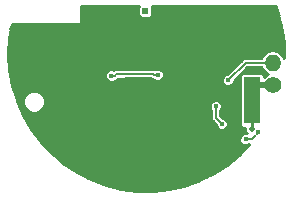
<source format=gbr>
G04 #@! TF.GenerationSoftware,KiCad,Pcbnew,(5.0.2)-1*
G04 #@! TF.CreationDate,2019-04-15T20:42:24-05:00*
G04 #@! TF.ProjectId,testDesign2,74657374-4465-4736-9967-6e322e6b6963,rev?*
G04 #@! TF.SameCoordinates,Original*
G04 #@! TF.FileFunction,Copper,L2,Bot*
G04 #@! TF.FilePolarity,Positive*
%FSLAX46Y46*%
G04 Gerber Fmt 4.6, Leading zero omitted, Abs format (unit mm)*
G04 Created by KiCad (PCBNEW (5.0.2)-1) date 4/15/2019 8:42:24 PM*
%MOMM*%
%LPD*%
G01*
G04 APERTURE LIST*
G04 #@! TA.AperFunction,ComponentPad*
%ADD10R,0.508000X0.508000*%
G04 #@! TD*
G04 #@! TA.AperFunction,SMDPad,CuDef*
%ADD11C,2.080000*%
G04 #@! TD*
G04 #@! TA.AperFunction,Conductor*
%ADD12C,0.100000*%
G04 #@! TD*
G04 #@! TA.AperFunction,SMDPad,CuDef*
%ADD13R,1.350000X4.000000*%
G04 #@! TD*
G04 #@! TA.AperFunction,ViaPad*
%ADD14C,0.500000*%
G04 #@! TD*
G04 #@! TA.AperFunction,Conductor*
%ADD15C,2.900000*%
G04 #@! TD*
G04 #@! TA.AperFunction,ComponentPad*
%ADD16C,1.400000*%
G04 #@! TD*
G04 #@! TA.AperFunction,ComponentPad*
%ADD17O,1.400000X1.400000*%
G04 #@! TD*
G04 #@! TA.AperFunction,ViaPad*
%ADD18C,0.508000*%
G04 #@! TD*
G04 #@! TA.AperFunction,ViaPad*
%ADD19C,0.381000*%
G04 #@! TD*
G04 #@! TA.AperFunction,Conductor*
%ADD20C,0.508000*%
G04 #@! TD*
G04 #@! TA.AperFunction,Conductor*
%ADD21C,0.250000*%
G04 #@! TD*
G04 #@! TA.AperFunction,Conductor*
%ADD22C,0.200000*%
G04 #@! TD*
G04 #@! TA.AperFunction,Conductor*
%ADD23C,0.152400*%
G04 #@! TD*
G04 #@! TA.AperFunction,Conductor*
%ADD24C,0.254000*%
G04 #@! TD*
%ADD25C,0.254000*%
G04 APERTURE END LIST*
D10*
G04 #@! TO.P,AE1,2*
G04 #@! TO.N,N/C*
X57426200Y-45730000D03*
G04 #@! TD*
D11*
G04 #@! TO.P,BT1,2*
G04 #@! TO.N,GND*
X58140000Y-54240000D03*
D12*
G04 #@! TD*
G04 #@! TO.N,GND*
G04 #@! TO.C,BT1*
G36*
X57000000Y-53200000D02*
X55720000Y-53200000D01*
X55720000Y-51320000D01*
X58000000Y-51320000D01*
X58000000Y-53200000D01*
X59280000Y-53200000D01*
X59280000Y-55280000D01*
X57000000Y-55280000D01*
X57000000Y-53200000D01*
X57000000Y-53200000D01*
G37*
D13*
G04 #@! TO.P,BT1,1*
G04 #@! TO.N,VDDS*
X66455000Y-53300000D03*
G04 #@! TD*
D14*
G04 #@! TO.N,GND*
G04 #@! TO.C,U1*
X54800000Y-52900000D03*
X56000000Y-52900000D03*
X57200000Y-52900000D03*
X54800000Y-54100000D03*
X56000000Y-54100000D03*
X57200000Y-54100000D03*
X54800000Y-55300000D03*
X56000000Y-55300000D03*
X57200000Y-55300000D03*
D12*
G36*
X57225046Y-52651201D02*
X57249256Y-52654792D01*
X57272998Y-52660739D01*
X57296042Y-52668984D01*
X57318167Y-52679449D01*
X57339160Y-52692031D01*
X57358818Y-52706611D01*
X57376953Y-52723047D01*
X57393389Y-52741182D01*
X57407969Y-52760840D01*
X57420551Y-52781833D01*
X57431016Y-52803958D01*
X57439261Y-52827002D01*
X57445208Y-52850744D01*
X57448799Y-52874954D01*
X57450000Y-52899399D01*
X57450000Y-55300601D01*
X57448799Y-55325046D01*
X57445208Y-55349256D01*
X57439261Y-55372998D01*
X57431016Y-55396042D01*
X57420551Y-55418167D01*
X57407969Y-55439160D01*
X57393389Y-55458818D01*
X57376953Y-55476953D01*
X57358818Y-55493389D01*
X57339160Y-55507969D01*
X57318167Y-55520551D01*
X57296042Y-55531016D01*
X57272998Y-55539261D01*
X57249256Y-55545208D01*
X57225046Y-55548799D01*
X57200601Y-55550000D01*
X54799399Y-55550000D01*
X54774954Y-55548799D01*
X54750744Y-55545208D01*
X54727002Y-55539261D01*
X54703958Y-55531016D01*
X54681833Y-55520551D01*
X54660840Y-55507969D01*
X54641182Y-55493389D01*
X54623047Y-55476953D01*
X54606611Y-55458818D01*
X54592031Y-55439160D01*
X54579449Y-55418167D01*
X54568984Y-55396042D01*
X54560739Y-55372998D01*
X54554792Y-55349256D01*
X54551201Y-55325046D01*
X54550000Y-55300601D01*
X54550000Y-52899399D01*
X54551201Y-52874954D01*
X54554792Y-52850744D01*
X54560739Y-52827002D01*
X54568984Y-52803958D01*
X54579449Y-52781833D01*
X54592031Y-52760840D01*
X54606611Y-52741182D01*
X54623047Y-52723047D01*
X54641182Y-52706611D01*
X54660840Y-52692031D01*
X54681833Y-52679449D01*
X54703958Y-52668984D01*
X54727002Y-52660739D01*
X54750744Y-52654792D01*
X54774954Y-52651201D01*
X54799399Y-52650000D01*
X57200601Y-52650000D01*
X57225046Y-52651201D01*
X57225046Y-52651201D01*
G37*
D15*
X56000000Y-54100000D03*
G04 #@! TD*
D16*
G04 #@! TO.P,TH1,1*
G04 #@! TO.N,VDDS*
X68200000Y-52000000D03*
D17*
G04 #@! TO.P,TH1,2*
G04 #@! TO.N,ADC0*
X68200000Y-50100000D03*
G04 #@! TD*
D18*
G04 #@! TO.N,VDDS*
X66455000Y-55700000D03*
D19*
G04 #@! TO.N,GND*
X54600000Y-59300000D03*
X55200000Y-59800000D03*
X55900000Y-59300000D03*
D18*
X52066800Y-47254000D03*
X49933200Y-47254000D03*
X49933200Y-48016000D03*
X49171200Y-47254000D03*
X52066800Y-48016000D03*
X52066800Y-48778000D03*
X52066800Y-49540000D03*
X52828800Y-47254000D03*
X52828800Y-48016000D03*
X53590800Y-47254000D03*
X54352800Y-47254000D03*
X55114800Y-47254000D03*
X55876800Y-47254000D03*
X56638800Y-47254000D03*
X57400800Y-47254000D03*
X58162800Y-47254000D03*
X58924800Y-47254000D03*
X59686800Y-47254000D03*
X60448800Y-47254000D03*
X61210800Y-47254000D03*
X61972800Y-47254000D03*
X62734800Y-47254000D03*
X63496800Y-47254000D03*
X64258800Y-47254000D03*
X65020800Y-47254000D03*
X65782800Y-47254000D03*
X66544800Y-47254000D03*
X67306800Y-47254000D03*
X68068800Y-47254000D03*
X48409200Y-47254000D03*
X47647200Y-47254000D03*
X46885200Y-47254000D03*
X46123200Y-47254000D03*
X68830800Y-47254000D03*
X53590800Y-48016000D03*
X52828800Y-48778000D03*
X52828800Y-49540000D03*
X52066800Y-50302000D03*
X52828800Y-50302000D03*
X49933200Y-48778000D03*
X49171200Y-49540000D03*
X49171200Y-48778000D03*
X49171200Y-48016000D03*
X48409200Y-48016000D03*
X47647200Y-48016000D03*
X46885200Y-48016000D03*
X46123200Y-48016000D03*
X46123200Y-48778000D03*
X46885200Y-48778000D03*
X47647200Y-48778000D03*
X48409200Y-48778000D03*
X48409200Y-49540000D03*
X47647200Y-49540000D03*
X46885200Y-49540000D03*
X46123200Y-49540000D03*
X46123200Y-50302000D03*
X46885200Y-50302000D03*
X47647200Y-50302000D03*
X48409200Y-50302000D03*
X49171200Y-50302000D03*
X46123200Y-51064000D03*
X46885200Y-51064000D03*
X47647200Y-51064000D03*
X48409200Y-51064000D03*
X49171200Y-51064000D03*
X46885200Y-51826000D03*
X47647200Y-51826000D03*
X48409200Y-51826000D03*
X49171200Y-51826000D03*
D19*
X61900000Y-51600000D03*
X60400000Y-51540000D03*
D18*
X59686800Y-48016000D03*
X60448800Y-48016000D03*
X61210800Y-48016000D03*
X61972800Y-48016000D03*
X62734800Y-48016000D03*
X63496800Y-48016000D03*
X64258800Y-48016000D03*
X65020800Y-48016000D03*
X65782800Y-48016000D03*
X66544800Y-48016000D03*
X67306800Y-48016000D03*
X68068800Y-48016000D03*
X68830800Y-48016000D03*
X59686800Y-48778000D03*
X60448800Y-48778000D03*
X61210800Y-48778000D03*
X61972800Y-48778000D03*
X62734800Y-48778000D03*
X63496800Y-48778000D03*
X64258800Y-48778000D03*
X65020800Y-48778000D03*
X65782800Y-48778000D03*
X66544800Y-48778000D03*
X67306800Y-48778000D03*
X68068800Y-48778000D03*
X68830800Y-48778000D03*
X59686800Y-49540000D03*
X60448800Y-49540000D03*
X61210800Y-49540000D03*
X61972800Y-49540000D03*
X62734800Y-49540000D03*
X63496800Y-49540000D03*
X64258800Y-49540000D03*
X52066800Y-51064000D03*
D19*
X62700000Y-51600000D03*
X63500000Y-51600000D03*
X62300000Y-52000000D03*
X63100000Y-52000000D03*
X58500000Y-56800000D03*
X58500000Y-56100000D03*
X65700000Y-55900000D03*
D18*
X65020800Y-49540000D03*
D19*
X65000000Y-55600000D03*
X62700000Y-56300000D03*
X62000000Y-56300000D03*
G04 #@! TO.N,VDDR*
X67000000Y-56000000D03*
X65900000Y-56600000D03*
X54550000Y-51200000D03*
X58450000Y-51145180D03*
G04 #@! TO.N,ADC0*
X64400000Y-51600000D03*
G04 #@! TO.N,Net-(TP11-Pad1)*
X63900000Y-55300000D03*
X63371390Y-53800000D03*
G04 #@! TD*
D20*
G04 #@! TO.N,VDDS*
X68200000Y-52000000D02*
X66100000Y-52000000D01*
D21*
X66455000Y-53300000D02*
X66455000Y-55700000D01*
D22*
G04 #@! TO.N,VDDR*
X58414820Y-51110000D02*
X58450000Y-51145180D01*
X58146964Y-51110000D02*
X58414820Y-51110000D01*
X58096964Y-51060000D02*
X58146964Y-51110000D01*
X54959407Y-51060000D02*
X58096964Y-51060000D01*
X54819407Y-51200000D02*
X54959407Y-51060000D01*
X54550000Y-51200000D02*
X54819407Y-51200000D01*
X66433738Y-56600000D02*
X66809501Y-56224237D01*
X65900000Y-56600000D02*
X66433738Y-56600000D01*
X67000000Y-56015366D02*
X66892277Y-56179151D01*
X67000000Y-56000000D02*
X67000000Y-56015366D01*
D23*
G04 #@! TO.N,ADC0*
X65900000Y-50100000D02*
X68200000Y-50100000D01*
X64400000Y-51600000D02*
X65900000Y-50100000D01*
G04 #@! TO.N,Net-(TP11-Pad1)*
X63371390Y-54771390D02*
X63900000Y-55300000D01*
X63371390Y-53800000D02*
X63371390Y-54771390D01*
G04 #@! TD*
D24*
G04 #@! TO.N,GND*
X51990600Y-45349000D02*
X56864056Y-45349000D01*
X57988344Y-45349000D02*
X68463247Y-45349000D01*
X51990600Y-45590300D02*
X56838794Y-45590300D01*
X58013606Y-45590300D02*
X68557431Y-45590300D01*
X51990600Y-45831600D02*
X56838794Y-45831600D01*
X58013606Y-45831600D02*
X68633543Y-45831600D01*
X51990600Y-46072900D02*
X56856477Y-46072900D01*
X57995922Y-46072900D02*
X68696945Y-46072900D01*
X51990600Y-46314200D02*
X57156082Y-46314200D01*
X57696317Y-46314200D02*
X68760347Y-46314200D01*
X51990600Y-46555500D02*
X68823749Y-46555500D01*
X51979463Y-46796800D02*
X68887151Y-46796800D01*
X46066785Y-47038100D02*
X68944686Y-47038100D01*
X46026383Y-47279400D02*
X68979122Y-47279400D01*
X45985980Y-47520700D02*
X69013557Y-47520700D01*
X45945578Y-47762000D02*
X69047993Y-47762000D01*
X45905176Y-48003300D02*
X69082428Y-48003300D01*
X45888800Y-48244600D02*
X69116864Y-48244600D01*
X45876554Y-48485900D02*
X69131934Y-48485900D01*
X45864308Y-48727200D02*
X69138345Y-48727200D01*
X45852062Y-48968500D02*
X69144755Y-48968500D01*
X45839816Y-49209800D02*
X67683728Y-49209800D01*
X68716273Y-49209800D02*
X69151166Y-49209800D01*
X45835725Y-49451100D02*
X67398419Y-49451100D01*
X69001582Y-49451100D02*
X69157576Y-49451100D01*
X45851307Y-49692400D02*
X65882414Y-49692400D01*
X65917585Y-49692400D02*
X67237187Y-49692400D01*
X45866889Y-49933700D02*
X65496090Y-49933700D01*
X45882472Y-50175000D02*
X65254790Y-50175000D01*
X45898054Y-50416300D02*
X65013490Y-50416300D01*
X45913636Y-50657600D02*
X54793680Y-50657600D01*
X58262692Y-50657600D02*
X58274831Y-50657600D01*
X58625170Y-50657600D02*
X64772190Y-50657600D01*
X65912610Y-50657600D02*
X67337413Y-50657600D01*
X45950037Y-50898900D02*
X54119245Y-50898900D01*
X58908126Y-50898900D02*
X64530890Y-50898900D01*
X65671310Y-50898900D02*
X67547086Y-50898900D01*
X45993866Y-51140200D02*
X54032500Y-51140200D01*
X58967500Y-51140200D02*
X64157764Y-51140200D01*
X65430010Y-51140200D02*
X65493496Y-51140200D01*
X67416505Y-51140200D02*
X67607403Y-51140200D01*
X46037694Y-51381500D02*
X54065041Y-51381500D01*
X58912250Y-51381500D02*
X63930368Y-51381500D01*
X65188710Y-51381500D02*
X65446594Y-51381500D01*
X46081523Y-51622800D02*
X54240945Y-51622800D01*
X54882575Y-51622800D02*
X58250784Y-51622800D01*
X58649215Y-51622800D02*
X63882500Y-51622800D01*
X64947410Y-51622800D02*
X65446594Y-51622800D01*
X46125352Y-51864100D02*
X63949256Y-51864100D01*
X64850743Y-51864100D02*
X65446594Y-51864100D01*
X46176816Y-52105400D02*
X64267851Y-52105400D01*
X64532148Y-52105400D02*
X65446594Y-52105400D01*
X46250105Y-52346700D02*
X65446594Y-52346700D01*
X46323393Y-52588000D02*
X47537974Y-52588000D01*
X48462027Y-52588000D02*
X65446594Y-52588000D01*
X46396682Y-52829300D02*
X47259724Y-52829300D01*
X48740276Y-52829300D02*
X65446594Y-52829300D01*
X46469971Y-53070600D02*
X47133065Y-53070600D01*
X48866936Y-53070600D02*
X65446594Y-53070600D01*
X46543259Y-53311900D02*
X47073000Y-53311900D01*
X48927000Y-53311900D02*
X63197476Y-53311900D01*
X63545305Y-53311900D02*
X65446594Y-53311900D01*
X46646001Y-53553200D02*
X47073000Y-53553200D01*
X48927000Y-53553200D02*
X62913481Y-53553200D01*
X63829300Y-53553200D02*
X65446594Y-53553200D01*
X46750895Y-53794500D02*
X47160029Y-53794500D01*
X48839970Y-53794500D02*
X62853890Y-53794500D01*
X63888890Y-53794500D02*
X65446594Y-53794500D01*
X46855789Y-54035800D02*
X47324824Y-54035800D01*
X48675176Y-54035800D02*
X62908923Y-54035800D01*
X63833856Y-54035800D02*
X65446594Y-54035800D01*
X46960683Y-54277100D02*
X47695138Y-54277100D01*
X48304861Y-54277100D02*
X62968190Y-54277100D01*
X63774590Y-54277100D02*
X65446594Y-54277100D01*
X47065576Y-54518400D02*
X62968190Y-54518400D01*
X63774590Y-54518400D02*
X65446594Y-54518400D01*
X47199340Y-54759700D02*
X62962617Y-54759700D01*
X63929911Y-54759700D02*
X65446594Y-54759700D01*
X47339188Y-55001000D02*
X63039887Y-55001000D01*
X64332855Y-55001000D02*
X65446594Y-55001000D01*
X47479035Y-55242300D02*
X63272089Y-55242300D01*
X64417500Y-55242300D02*
X65446594Y-55242300D01*
X47618883Y-55483600D02*
X63415911Y-55483600D01*
X64384088Y-55483600D02*
X65509398Y-55483600D01*
X47759090Y-55724900D02*
X63593045Y-55724900D01*
X64206955Y-55724900D02*
X65874000Y-55724900D01*
X47938915Y-55966200D02*
X65936393Y-55966200D01*
X48118740Y-56207500D02*
X65560645Y-56207500D01*
X48298566Y-56448800D02*
X65402492Y-56448800D01*
X48478391Y-56690100D02*
X65382500Y-56690100D01*
X48684105Y-56931400D02*
X65499545Y-56931400D01*
X48911453Y-57172700D02*
X66095012Y-57172700D01*
X49138801Y-57414000D02*
X65859494Y-57414000D01*
X49366149Y-57655300D02*
X65623976Y-57655300D01*
X49622630Y-57896600D02*
X65388459Y-57896600D01*
X49909131Y-58137900D02*
X65096893Y-58137900D01*
X50195631Y-58379200D02*
X64799918Y-58379200D01*
X50482131Y-58620500D02*
X64502944Y-58620500D01*
X50839289Y-58861800D02*
X64173136Y-58861800D01*
X51203781Y-59103100D02*
X63794294Y-59103100D01*
X51568272Y-59344400D02*
X63415453Y-59344400D01*
X52025209Y-59585700D02*
X62988135Y-59585700D01*
X52500731Y-59827000D02*
X62491081Y-59827000D01*
X53031574Y-60068300D02*
X61994028Y-60068300D01*
X53683708Y-60309600D02*
X61308890Y-60309600D01*
X54464424Y-60550900D02*
X60566572Y-60550900D01*
X55512639Y-60792200D02*
X59495382Y-60792200D01*
X69163182Y-49662096D02*
X69163182Y-49662096D01*
X68921882Y-46928981D02*
X68921882Y-49347184D01*
X68680582Y-46010623D02*
X68680582Y-49185953D01*
X68439282Y-45349000D02*
X68439282Y-49100477D01*
X68197982Y-45349000D02*
X68197982Y-49073000D01*
X67956682Y-45349000D02*
X67956682Y-49101278D01*
X67715382Y-45349000D02*
X67715382Y-49188649D01*
X67715382Y-51011350D02*
X67715382Y-51089118D01*
X67474082Y-45349000D02*
X67474082Y-49349880D01*
X67474082Y-50850119D02*
X67474082Y-51273521D01*
X67232782Y-45349000D02*
X67232782Y-49696800D01*
X67232782Y-50503200D02*
X67232782Y-50987039D01*
X66991482Y-45349000D02*
X66991482Y-49696800D01*
X66991482Y-50503200D02*
X66991482Y-50966594D01*
X66750182Y-45349000D02*
X66750182Y-49696800D01*
X66750182Y-50503200D02*
X66750182Y-50966594D01*
X66508882Y-45349000D02*
X66508882Y-49696800D01*
X66508882Y-50503200D02*
X66508882Y-50966594D01*
X66267582Y-45349000D02*
X66267582Y-49696800D01*
X66267582Y-50503200D02*
X66267582Y-50966594D01*
X66026282Y-45349000D02*
X66026282Y-49696800D01*
X66026282Y-50543929D02*
X66026282Y-50966594D01*
X66026282Y-57107831D02*
X66026282Y-57243116D01*
X65784982Y-45349000D02*
X65784982Y-49711779D01*
X65784982Y-50785229D02*
X65784982Y-50966594D01*
X65784982Y-55633406D02*
X65784982Y-56087504D01*
X65784982Y-57112495D02*
X65784982Y-57490340D01*
X65543682Y-45349000D02*
X65543682Y-49886107D01*
X65543682Y-51026529D02*
X65543682Y-51065090D01*
X65543682Y-55534909D02*
X65543682Y-56224463D01*
X65543682Y-56975537D02*
X65543682Y-57737565D01*
X65302382Y-45349000D02*
X65302382Y-50127407D01*
X65302382Y-51267829D02*
X65302382Y-57970934D01*
X65061082Y-45349000D02*
X65061082Y-50368707D01*
X65061082Y-51509129D02*
X65061082Y-58166997D01*
X64819782Y-45349000D02*
X64819782Y-50610007D01*
X64819782Y-51912073D02*
X64819782Y-58363059D01*
X64578482Y-45349000D02*
X64578482Y-50851307D01*
X64578482Y-52086209D02*
X64578482Y-58559122D01*
X64337182Y-45349000D02*
X64337182Y-51082500D01*
X64337182Y-52117500D02*
X64337182Y-55005327D01*
X64337182Y-55594673D02*
X64337182Y-58755185D01*
X64095882Y-45349000D02*
X64095882Y-51172263D01*
X64095882Y-52027737D02*
X64095882Y-54821000D01*
X64095882Y-55779001D02*
X64095882Y-58911005D01*
X63854582Y-45349000D02*
X63854582Y-53614237D01*
X63854582Y-53985764D02*
X63854582Y-54684372D01*
X63854582Y-55817500D02*
X63854582Y-59064699D01*
X63613282Y-45349000D02*
X63613282Y-53340058D01*
X63613282Y-55741375D02*
X63613282Y-59218393D01*
X63371982Y-45349000D02*
X63371982Y-53282500D01*
X63371982Y-55342193D02*
X63371982Y-59372087D01*
X63130682Y-45349000D02*
X63130682Y-53339566D01*
X63130682Y-55100893D02*
X63130682Y-59516498D01*
X62889382Y-45349000D02*
X62889382Y-53611378D01*
X62889382Y-53988621D02*
X62889382Y-59633640D01*
X62648082Y-45349000D02*
X62648082Y-53697063D01*
X62648082Y-53697063D02*
X62648082Y-59750782D01*
X62406782Y-45349000D02*
X62406782Y-53697063D01*
X62406782Y-53697063D02*
X62406782Y-59867923D01*
X62165482Y-45349000D02*
X62165482Y-53697063D01*
X62165482Y-53697063D02*
X62165482Y-59985065D01*
X61924182Y-45349000D02*
X61924182Y-53697063D01*
X61924182Y-53697063D02*
X61924182Y-60094189D01*
X61682882Y-45349000D02*
X61682882Y-53697063D01*
X61682882Y-53697063D02*
X61682882Y-60178667D01*
X61441582Y-45349000D02*
X61441582Y-53697063D01*
X61441582Y-53697063D02*
X61441582Y-60263145D01*
X61200282Y-45349000D02*
X61200282Y-53697063D01*
X61200282Y-53697063D02*
X61200282Y-60347622D01*
X60958982Y-45349000D02*
X60958982Y-53697063D01*
X60958982Y-53697063D02*
X60958982Y-60432100D01*
X60717682Y-45349000D02*
X60717682Y-53697063D01*
X60717682Y-53697063D02*
X60717682Y-60516577D01*
X60476382Y-45349000D02*
X60476382Y-53697063D01*
X60476382Y-53697063D02*
X60476382Y-60571216D01*
X60235082Y-45349000D02*
X60235082Y-53697063D01*
X60235082Y-53697063D02*
X60235082Y-60625572D01*
X59993782Y-45349000D02*
X59993782Y-53697063D01*
X59993782Y-53697063D02*
X59993782Y-60679928D01*
X59752482Y-45349000D02*
X59752482Y-53697063D01*
X59752482Y-53697063D02*
X59752482Y-60734284D01*
X59511182Y-45349000D02*
X59511182Y-53697063D01*
X59511182Y-53697063D02*
X59511182Y-60788640D01*
X59269882Y-45349000D02*
X59269882Y-53697063D01*
X59269882Y-53697063D02*
X59269882Y-60827008D01*
X59028582Y-45349000D02*
X59028582Y-53697063D01*
X59028582Y-53697063D02*
X59028582Y-60852774D01*
X58787282Y-45349000D02*
X58787282Y-50750607D01*
X58787282Y-51539753D02*
X58787282Y-53697063D01*
X58787282Y-53697063D02*
X58787282Y-60878539D01*
X58545982Y-45349000D02*
X58545982Y-50627680D01*
X58545982Y-51662680D02*
X58545982Y-53697063D01*
X58545982Y-53697063D02*
X58545982Y-60904304D01*
X58304682Y-45349000D02*
X58304682Y-50645234D01*
X58304682Y-51645125D02*
X58304682Y-53697063D01*
X58304682Y-53697063D02*
X58304682Y-60930069D01*
X58063382Y-45349000D02*
X58063382Y-50631314D01*
X58063382Y-51528739D02*
X58063382Y-53697063D01*
X58063382Y-53697063D02*
X58063382Y-60955189D01*
X57822082Y-46282477D02*
X57822082Y-50633000D01*
X57822082Y-51487000D02*
X57822082Y-53697063D01*
X57822082Y-53697063D02*
X57822082Y-60953061D01*
X57580782Y-46317406D02*
X57580782Y-50633000D01*
X57580782Y-51487000D02*
X57580782Y-53697063D01*
X57580782Y-53697063D02*
X57580782Y-60950934D01*
X57339482Y-46317406D02*
X57339482Y-50633000D01*
X57339482Y-51487000D02*
X57339482Y-53697063D01*
X57339482Y-53697063D02*
X57339482Y-60948806D01*
X57098182Y-46302682D02*
X57098182Y-50633000D01*
X57098182Y-51487000D02*
X57098182Y-53697063D01*
X57098182Y-53697063D02*
X57098182Y-60946678D01*
X56856882Y-45349000D02*
X56856882Y-45385065D01*
X56856882Y-46074934D02*
X56856882Y-50633000D01*
X56856882Y-51487000D02*
X56856882Y-53697063D01*
X56856882Y-53697063D02*
X56856882Y-60944550D01*
X56615582Y-45349000D02*
X56615582Y-50633000D01*
X56615582Y-51487000D02*
X56615582Y-53697063D01*
X56615582Y-53697063D02*
X56615582Y-60929682D01*
X56374282Y-45349000D02*
X56374282Y-50633000D01*
X56374282Y-51487000D02*
X56374282Y-53697063D01*
X56374282Y-53697063D02*
X56374282Y-60899604D01*
X56132982Y-45349000D02*
X56132982Y-50633000D01*
X56132982Y-51487000D02*
X56132982Y-53697063D01*
X56132982Y-53697063D02*
X56132982Y-60869526D01*
X55891682Y-45349000D02*
X55891682Y-50633000D01*
X55891682Y-51487000D02*
X55891682Y-53697063D01*
X55891682Y-53697063D02*
X55891682Y-60839448D01*
X55650382Y-45349000D02*
X55650382Y-50633000D01*
X55650382Y-51487000D02*
X55650382Y-53697063D01*
X55650382Y-53697063D02*
X55650382Y-60809370D01*
X55409082Y-45349000D02*
X55409082Y-50633000D01*
X55409082Y-51487000D02*
X55409082Y-53697063D01*
X55409082Y-53697063D02*
X55409082Y-60779292D01*
X55167782Y-45349000D02*
X55167782Y-50633000D01*
X55167782Y-51487000D02*
X55167782Y-53697063D01*
X55167782Y-53697063D02*
X55167782Y-60722429D01*
X54926482Y-45349000D02*
X54926482Y-50631184D01*
X54926482Y-51614067D02*
X54926482Y-53697063D01*
X54926482Y-53697063D02*
X54926482Y-60663583D01*
X54685182Y-45349000D02*
X54685182Y-50695857D01*
X54685182Y-51704144D02*
X54685182Y-53697063D01*
X54685182Y-53697063D02*
X54685182Y-60604737D01*
X54443882Y-45349000D02*
X54443882Y-50683817D01*
X54443882Y-51716182D02*
X54443882Y-53697063D01*
X54443882Y-53697063D02*
X54443882Y-60545891D01*
X54202582Y-45349000D02*
X54202582Y-50815563D01*
X54202582Y-51584437D02*
X54202582Y-53697063D01*
X54202582Y-53697063D02*
X54202582Y-60487045D01*
X53961282Y-45349000D02*
X53961282Y-51097063D01*
X53961282Y-51097063D02*
X53961282Y-53697063D01*
X53961282Y-53697063D02*
X53961282Y-60412308D01*
X53719982Y-45349000D02*
X53719982Y-51097063D01*
X53719982Y-51097063D02*
X53719982Y-53697063D01*
X53719982Y-53697063D02*
X53719982Y-60323023D01*
X53478682Y-45349000D02*
X53478682Y-51097063D01*
X53478682Y-51097063D02*
X53478682Y-53697063D01*
X53478682Y-53697063D02*
X53478682Y-60233738D01*
X53237382Y-45349000D02*
X53237382Y-51097063D01*
X53237382Y-51097063D02*
X53237382Y-53697063D01*
X53237382Y-53697063D02*
X53237382Y-60144453D01*
X52996082Y-45349000D02*
X52996082Y-51097063D01*
X52996082Y-51097063D02*
X52996082Y-53697063D01*
X52996082Y-53697063D02*
X52996082Y-60055168D01*
X52754782Y-45349000D02*
X52754782Y-51097063D01*
X52754782Y-51097063D02*
X52754782Y-53697063D01*
X52754782Y-53697063D02*
X52754782Y-59955917D01*
X52513482Y-45349000D02*
X52513482Y-51097063D01*
X52513482Y-51097063D02*
X52513482Y-53697063D01*
X52513482Y-53697063D02*
X52513482Y-59833471D01*
X52272182Y-45349000D02*
X52272182Y-51097063D01*
X52272182Y-51097063D02*
X52272182Y-53697063D01*
X52272182Y-53697063D02*
X52272182Y-59711025D01*
X52030882Y-45349000D02*
X52030882Y-51097063D01*
X52030882Y-51097063D02*
X52030882Y-53697063D01*
X52030882Y-53697063D02*
X52030882Y-59588579D01*
X51789582Y-46873000D02*
X51789582Y-51097063D01*
X51789582Y-51097063D02*
X51789582Y-53697063D01*
X51789582Y-53697063D02*
X51789582Y-59466134D01*
X51548282Y-46873000D02*
X51548282Y-51097063D01*
X51548282Y-51097063D02*
X51548282Y-53697063D01*
X51548282Y-53697063D02*
X51548282Y-59331167D01*
X51306982Y-46873000D02*
X51306982Y-51097063D01*
X51306982Y-51097063D02*
X51306982Y-53697063D01*
X51306982Y-53697063D02*
X51306982Y-59171422D01*
X51065682Y-46873000D02*
X51065682Y-51097063D01*
X51065682Y-51097063D02*
X51065682Y-53697063D01*
X51065682Y-53697063D02*
X51065682Y-59011677D01*
X50824382Y-46873000D02*
X50824382Y-51097063D01*
X50824382Y-51097063D02*
X50824382Y-53697063D01*
X50824382Y-53697063D02*
X50824382Y-58851932D01*
X50583082Y-46873000D02*
X50583082Y-51097063D01*
X50583082Y-51097063D02*
X50583082Y-53697063D01*
X50583082Y-53697063D02*
X50583082Y-58692187D01*
X50341782Y-46873000D02*
X50341782Y-51097063D01*
X50341782Y-51097063D02*
X50341782Y-53697063D01*
X50341782Y-53697063D02*
X50341782Y-58502294D01*
X50100482Y-46873000D02*
X50100482Y-51097063D01*
X50100482Y-51097063D02*
X50100482Y-53697063D01*
X50100482Y-53697063D02*
X50100482Y-58299063D01*
X49859182Y-46873000D02*
X49859182Y-51097063D01*
X49859182Y-51097063D02*
X49859182Y-53697063D01*
X49859182Y-53697063D02*
X49859182Y-58095833D01*
X49617882Y-46873000D02*
X49617882Y-51097063D01*
X49617882Y-51097063D02*
X49617882Y-53697063D01*
X49617882Y-53697063D02*
X49617882Y-57892602D01*
X49376582Y-46873000D02*
X49376582Y-51097063D01*
X49376582Y-51097063D02*
X49376582Y-53697063D01*
X49376582Y-53697063D02*
X49376582Y-57666374D01*
X49135282Y-46873000D02*
X49135282Y-51097063D01*
X49135282Y-51097063D02*
X49135282Y-53697063D01*
X49135282Y-53697063D02*
X49135282Y-57410266D01*
X48893982Y-46873000D02*
X48893982Y-51097063D01*
X48893982Y-51097063D02*
X48893982Y-53135896D01*
X48893982Y-53664105D02*
X48893982Y-53697063D01*
X48893982Y-53697063D02*
X48893982Y-57154158D01*
X48652682Y-46873000D02*
X48652682Y-51097063D01*
X48652682Y-51097063D02*
X48652682Y-52741706D01*
X48652682Y-54058294D02*
X48652682Y-56898050D01*
X48411382Y-46873000D02*
X48411382Y-51097063D01*
X48411382Y-51097063D02*
X48411382Y-52567023D01*
X48411382Y-54232978D02*
X48411382Y-56600184D01*
X48170082Y-46873000D02*
X48170082Y-51097063D01*
X48170082Y-51097063D02*
X48170082Y-52473000D01*
X48170082Y-54327000D02*
X48170082Y-56276394D01*
X47928782Y-46873000D02*
X47928782Y-51097063D01*
X47928782Y-51097063D02*
X47928782Y-52473000D01*
X47928782Y-54327000D02*
X47928782Y-55952604D01*
X47687482Y-46873000D02*
X47687482Y-51097063D01*
X47687482Y-51097063D02*
X47687482Y-52526071D01*
X47687482Y-54273928D02*
X47687482Y-55601966D01*
X47446182Y-46873000D02*
X47446182Y-51097063D01*
X47446182Y-51097063D02*
X47446182Y-52642842D01*
X47446182Y-54157158D02*
X47446182Y-55185615D01*
X47204882Y-46873000D02*
X47204882Y-51097063D01*
X47204882Y-51097063D02*
X47204882Y-52897216D01*
X47204882Y-53902783D02*
X47204882Y-54769263D01*
X46963582Y-46873000D02*
X46963582Y-51097063D01*
X46963582Y-51097063D02*
X46963582Y-53215608D01*
X46963582Y-53215608D02*
X46963582Y-54283772D01*
X46722282Y-46873000D02*
X46722282Y-51097063D01*
X46722282Y-51097063D02*
X46722282Y-53215608D01*
X46722282Y-53215608D02*
X46722282Y-53728680D01*
X46480982Y-46873000D02*
X46480982Y-51097063D01*
X46480982Y-51097063D02*
X46480982Y-53106855D01*
X46239682Y-46873000D02*
X46239682Y-51097063D01*
X46239682Y-51097063D02*
X46239682Y-52312386D01*
X45998382Y-47446635D02*
X45998382Y-51097063D01*
X45998382Y-51097063D02*
X45998382Y-51165068D01*
D25*
X56838794Y-45476000D02*
X56838794Y-45984000D01*
X56864173Y-46111589D01*
X56936446Y-46219754D01*
X57044611Y-46292027D01*
X57172200Y-46317406D01*
X57680200Y-46317406D01*
X57807789Y-46292027D01*
X57915954Y-46219754D01*
X57988227Y-46111589D01*
X58013606Y-45984000D01*
X58013606Y-45476000D01*
X57988344Y-45349000D01*
X68463247Y-45349000D01*
X68596319Y-45689929D01*
X68937713Y-46989232D01*
X69127505Y-48319163D01*
X69163182Y-49662096D01*
X69160761Y-49689330D01*
X68940426Y-49359574D01*
X68600715Y-49132587D01*
X68301150Y-49073000D01*
X68098850Y-49073000D01*
X67799285Y-49132587D01*
X67459574Y-49359574D01*
X67234247Y-49696800D01*
X65939705Y-49696800D01*
X65899999Y-49688902D01*
X65860293Y-49696800D01*
X65860289Y-49696800D01*
X65742679Y-49720194D01*
X65609309Y-49809309D01*
X65586814Y-49842975D01*
X64347290Y-51082500D01*
X64297063Y-51082500D01*
X64106860Y-51161285D01*
X63961285Y-51306860D01*
X63882500Y-51497063D01*
X63882500Y-51702937D01*
X63961285Y-51893140D01*
X64106860Y-52038715D01*
X64297063Y-52117500D01*
X64502937Y-52117500D01*
X64693140Y-52038715D01*
X64838715Y-51893140D01*
X64917500Y-51702937D01*
X64917500Y-51652710D01*
X66067011Y-50503200D01*
X67234247Y-50503200D01*
X67459574Y-50840426D01*
X67787230Y-51059358D01*
X67618251Y-51129352D01*
X67460784Y-51286819D01*
X67438027Y-51172411D01*
X67365754Y-51064246D01*
X67257589Y-50991973D01*
X67130000Y-50966594D01*
X65780000Y-50966594D01*
X65652411Y-50991973D01*
X65544246Y-51064246D01*
X65471973Y-51172411D01*
X65446594Y-51300000D01*
X65446594Y-55300000D01*
X65471973Y-55427589D01*
X65544246Y-55535754D01*
X65652411Y-55608027D01*
X65780000Y-55633406D01*
X65874000Y-55633406D01*
X65874000Y-55815568D01*
X65962452Y-56029110D01*
X66024967Y-56091625D01*
X66002937Y-56082500D01*
X65797063Y-56082500D01*
X65606860Y-56161285D01*
X65461285Y-56306860D01*
X65382500Y-56497063D01*
X65382500Y-56702937D01*
X65461285Y-56893140D01*
X65606860Y-57038715D01*
X65797063Y-57117500D01*
X66002937Y-57117500D01*
X66193140Y-57038715D01*
X66204855Y-57027000D01*
X66237220Y-57027000D01*
X65367727Y-57917840D01*
X64325072Y-58765025D01*
X63191967Y-59486747D01*
X61983409Y-60073455D01*
X60715419Y-60517370D01*
X59404817Y-60812601D01*
X58068972Y-60955238D01*
X56725576Y-60943392D01*
X55392454Y-60777219D01*
X54087260Y-60458921D01*
X52827299Y-59992715D01*
X51629282Y-59384790D01*
X50509071Y-58643190D01*
X49481524Y-57777756D01*
X48560254Y-56799949D01*
X47757472Y-55722730D01*
X47083832Y-54560397D01*
X46548247Y-53328325D01*
X46514013Y-53215608D01*
X47073000Y-53215608D01*
X47073000Y-53584392D01*
X47214127Y-53925103D01*
X47474897Y-54185873D01*
X47815608Y-54327000D01*
X48184392Y-54327000D01*
X48525103Y-54185873D01*
X48785873Y-53925103D01*
X48880330Y-53697063D01*
X62853890Y-53697063D01*
X62853890Y-53902937D01*
X62932675Y-54093140D01*
X62968190Y-54128655D01*
X62968191Y-54731675D01*
X62960291Y-54771390D01*
X62991584Y-54928710D01*
X63045214Y-55008972D01*
X63080700Y-55062081D01*
X63114365Y-55084576D01*
X63382500Y-55352711D01*
X63382500Y-55402937D01*
X63461285Y-55593140D01*
X63606860Y-55738715D01*
X63797063Y-55817500D01*
X64002937Y-55817500D01*
X64193140Y-55738715D01*
X64338715Y-55593140D01*
X64417500Y-55402937D01*
X64417500Y-55197063D01*
X64338715Y-55006860D01*
X64193140Y-54861285D01*
X64002937Y-54782500D01*
X63952711Y-54782500D01*
X63774590Y-54604380D01*
X63774590Y-54128655D01*
X63810105Y-54093140D01*
X63888890Y-53902937D01*
X63888890Y-53697063D01*
X63810105Y-53506860D01*
X63664530Y-53361285D01*
X63474327Y-53282500D01*
X63268453Y-53282500D01*
X63078250Y-53361285D01*
X62932675Y-53506860D01*
X62853890Y-53697063D01*
X48880330Y-53697063D01*
X48927000Y-53584392D01*
X48927000Y-53215608D01*
X48785873Y-52874897D01*
X48525103Y-52614127D01*
X48184392Y-52473000D01*
X47815608Y-52473000D01*
X47474897Y-52614127D01*
X47214127Y-52874897D01*
X47073000Y-53215608D01*
X46514013Y-53215608D01*
X46157821Y-52042862D01*
X45986030Y-51097063D01*
X54032500Y-51097063D01*
X54032500Y-51302937D01*
X54111285Y-51493140D01*
X54256860Y-51638715D01*
X54447063Y-51717500D01*
X54652937Y-51717500D01*
X54843140Y-51638715D01*
X54853215Y-51628640D01*
X54861460Y-51627000D01*
X54861461Y-51627000D01*
X54986014Y-51602225D01*
X55127257Y-51507850D01*
X55141188Y-51487000D01*
X57942605Y-51487000D01*
X57980357Y-51512225D01*
X58104910Y-51537000D01*
X58111220Y-51538255D01*
X58156860Y-51583895D01*
X58347063Y-51662680D01*
X58552937Y-51662680D01*
X58743140Y-51583895D01*
X58888715Y-51438320D01*
X58967500Y-51248117D01*
X58967500Y-51042243D01*
X58888715Y-50852040D01*
X58743140Y-50706465D01*
X58552937Y-50627680D01*
X58347063Y-50627680D01*
X58267718Y-50660546D01*
X58263571Y-50657775D01*
X58139018Y-50633000D01*
X58139017Y-50633000D01*
X58096964Y-50624635D01*
X58054911Y-50633000D01*
X55001461Y-50633000D01*
X54959407Y-50624635D01*
X54917353Y-50633000D01*
X54792800Y-50657775D01*
X54716433Y-50708801D01*
X54652937Y-50682500D01*
X54447063Y-50682500D01*
X54256860Y-50761285D01*
X54111285Y-50906860D01*
X54032500Y-51097063D01*
X45986030Y-51097063D01*
X45917733Y-50721054D01*
X45831159Y-49380397D01*
X45899251Y-48038688D01*
X46094429Y-46873000D01*
X51863600Y-46873000D01*
X51912201Y-46863333D01*
X51953403Y-46835803D01*
X51980933Y-46794601D01*
X51990600Y-46746000D01*
X51990600Y-45349000D01*
X56864056Y-45349000D01*
X56838794Y-45476000D01*
G04 #@! TD*
M02*

</source>
